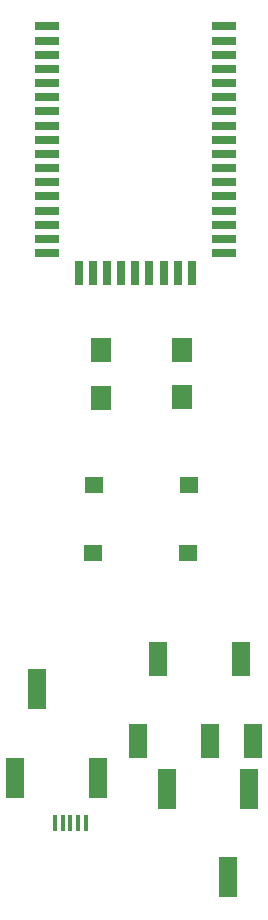
<source format=gbr>
%TF.GenerationSoftware,KiCad,Pcbnew,5.99.0-unknown-9c2a260~88~ubuntu18.04.1*%
%TF.CreationDate,2020-04-14T17:14:38+02:00*%
%TF.ProjectId,BM64_adapter,424d3634-5f61-4646-9170-7465722e6b69,rev?*%
%TF.SameCoordinates,Original*%
%TF.FileFunction,Paste,Top*%
%TF.FilePolarity,Positive*%
%FSLAX46Y46*%
G04 Gerber Fmt 4.6, Leading zero omitted, Abs format (unit mm)*
G04 Created by KiCad (PCBNEW 5.99.0-unknown-9c2a260~88~ubuntu18.04.1) date 2020-04-14 17:14:38*
%MOMM*%
%LPD*%
G01*
G04 APERTURE LIST*
%ADD10R,0.400000X1.350000*%
%ADD11R,2.000000X0.800000*%
%ADD12R,0.800000X2.000000*%
%ADD13R,1.500000X3.500000*%
%ADD14R,1.500000X3.000000*%
%ADD15R,1.500000X1.400000*%
%ADD16R,1.700000X2.000000*%
G04 APERTURE END LIST*
D10*
%TO.C,J3*%
X169701100Y-132143060D03*
X169051100Y-132143060D03*
X168401100Y-132143060D03*
X167751100Y-132143060D03*
X167101100Y-132143060D03*
%TD*%
D11*
%TO.C,U1*%
X181385240Y-64692920D03*
X181385240Y-65892920D03*
X181385240Y-67092920D03*
X181385240Y-68292920D03*
X181385240Y-69492920D03*
X181385240Y-70692920D03*
X181385240Y-71892920D03*
X181385240Y-73092920D03*
X181385240Y-74292920D03*
X181385240Y-75492920D03*
X181385240Y-76692920D03*
X181385240Y-77892920D03*
X181385240Y-79092920D03*
X181385240Y-80292920D03*
X181385240Y-81492920D03*
X181385240Y-82692920D03*
X181385240Y-83892920D03*
D12*
X178685240Y-85592920D03*
X177485240Y-85592920D03*
X176285240Y-85592920D03*
X175085240Y-85592920D03*
X173885240Y-85592920D03*
X172685240Y-85592920D03*
X171485240Y-85592920D03*
X170285240Y-85592920D03*
D11*
X166385240Y-64692920D03*
X166385240Y-65892920D03*
X166385240Y-67092920D03*
X166385240Y-68292920D03*
X166385240Y-69492920D03*
X166385240Y-70692920D03*
X166385240Y-71892920D03*
X166385240Y-73092920D03*
X166385240Y-74292920D03*
X166385240Y-75492920D03*
X166385240Y-76692920D03*
X166385240Y-77892920D03*
X166385240Y-79092920D03*
X166385240Y-80292920D03*
X166385240Y-81492920D03*
X166385240Y-82692920D03*
X166385240Y-83892920D03*
D12*
X169085240Y-85592920D03*
%TD*%
D13*
%TO.C,U4*%
X176543600Y-129244400D03*
X181743600Y-136744400D03*
X183543600Y-129244400D03*
%TD*%
D14*
%TO.C,U3*%
X182820000Y-118216800D03*
X175820000Y-118216800D03*
X174120000Y-125216800D03*
X180220000Y-125216800D03*
X183820000Y-125216800D03*
%TD*%
D13*
%TO.C,U2*%
X170725200Y-128311600D03*
X165525200Y-120811600D03*
X163725200Y-128311600D03*
%TD*%
D15*
%TO.C,SW2*%
X170327320Y-109308120D03*
X178380920Y-109316520D03*
%TD*%
%TO.C,SW1*%
X170393360Y-103527080D03*
X178446960Y-103535480D03*
%TD*%
D16*
%TO.C,D2*%
X170992800Y-92132400D03*
X170992800Y-96132400D03*
%TD*%
%TO.C,D1*%
X177835560Y-92067880D03*
X177835560Y-96067880D03*
%TD*%
M02*

</source>
